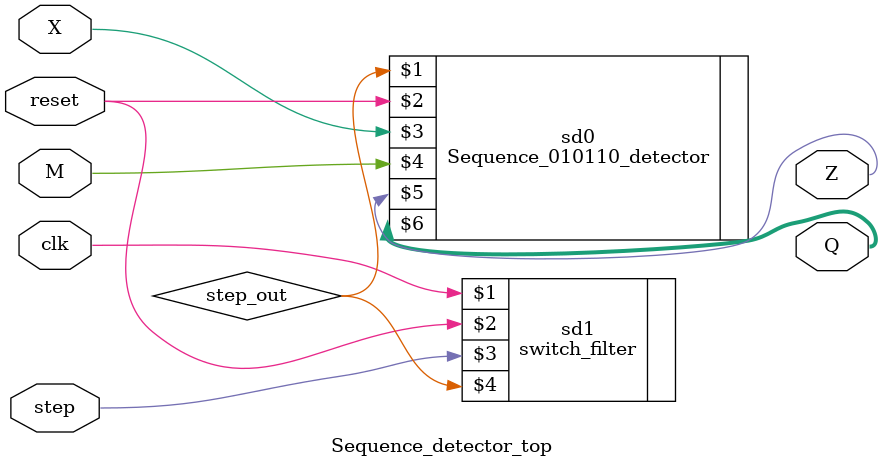
<source format=v>
`timescale 1ns / 1ps
module Sequence_detector_top(clk, reset, step, X, M, Z, Q);
   
   input clk,reset;
   input      step;
   input         X;
   input         M;
   output        Z;
   output [2:0]  Q;
   
   wire step_out;
   
   //                           (     clk, reset, x, m, z, state)
   Sequence_010110_detector sd0 (step_out, reset, X, M, Z, Q);
   
   //               (clk, reset, Step_in, Step_out);
   switch_filter sd1(clk, reset,    step, step_out);

endmodule

</source>
